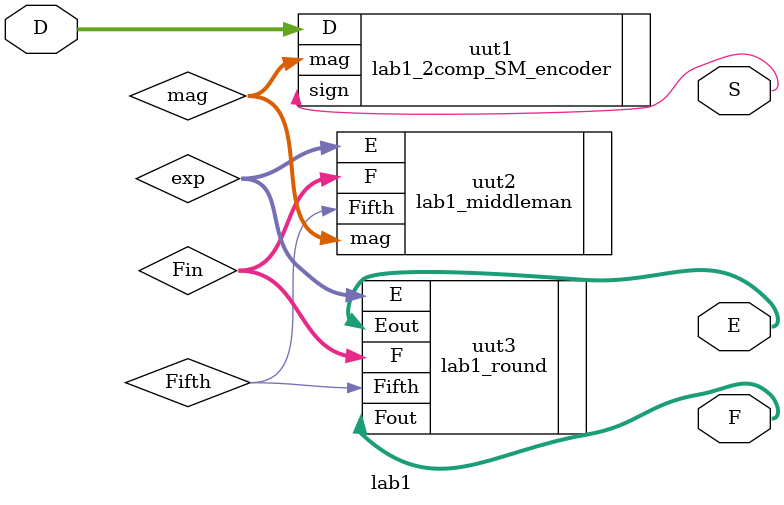
<source format=v>
`timescale 1ns / 1ps
module lab1(
	 D, E, F, S
	 );
	 
	input [11:0] D; //input data
	output [2:0] E; //output exponent
	output [3:0] F; //output fractional component
	output S;		 //ouput sign
	wire [10:0] mag; //magnitude of the number
	wire [3:0] Fin;
	wire Fifth;
	wire [2:0] exp;
	
	//convert 2's comp into sign magnitude
	lab1_2comp_SM_encoder uut1 (
		.D(D),
		.sign(S),
		.mag(mag)
	);
	
	lab1_middleman uut2 (
		.mag(mag),
		.E(exp),
		.F(Fin),
		.Fifth(Fifth)
	);
		
	lab1_round uut3 (
		.E(exp),
		.F(Fin),
		.Fifth(Fifth),
		.Eout(E),
		.Fout(F)
	); 
	
endmodule

</source>
